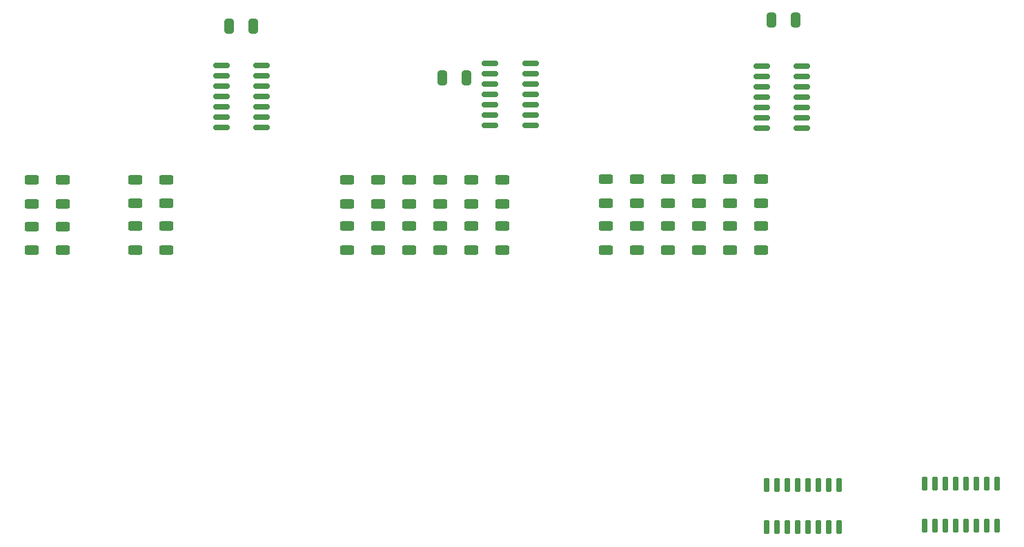
<source format=gbr>
%TF.GenerationSoftware,KiCad,Pcbnew,8.0.1*%
%TF.CreationDate,2024-04-12T11:28:31-03:00*%
%TF.ProjectId,PonchoRema,506f6e63-686f-4526-956d-612e6b696361,rev?*%
%TF.SameCoordinates,Original*%
%TF.FileFunction,Paste,Bot*%
%TF.FilePolarity,Positive*%
%FSLAX46Y46*%
G04 Gerber Fmt 4.6, Leading zero omitted, Abs format (unit mm)*
G04 Created by KiCad (PCBNEW 8.0.1) date 2024-04-12 11:28:31*
%MOMM*%
%LPD*%
G01*
G04 APERTURE LIST*
G04 Aperture macros list*
%AMRoundRect*
0 Rectangle with rounded corners*
0 $1 Rounding radius*
0 $2 $3 $4 $5 $6 $7 $8 $9 X,Y pos of 4 corners*
0 Add a 4 corners polygon primitive as box body*
4,1,4,$2,$3,$4,$5,$6,$7,$8,$9,$2,$3,0*
0 Add four circle primitives for the rounded corners*
1,1,$1+$1,$2,$3*
1,1,$1+$1,$4,$5*
1,1,$1+$1,$6,$7*
1,1,$1+$1,$8,$9*
0 Add four rect primitives between the rounded corners*
20,1,$1+$1,$2,$3,$4,$5,0*
20,1,$1+$1,$4,$5,$6,$7,0*
20,1,$1+$1,$6,$7,$8,$9,0*
20,1,$1+$1,$8,$9,$2,$3,0*%
G04 Aperture macros list end*
%ADD10RoundRect,0.150000X-0.150000X0.725000X-0.150000X-0.725000X0.150000X-0.725000X0.150000X0.725000X0*%
%ADD11RoundRect,0.250000X0.625000X-0.312500X0.625000X0.312500X-0.625000X0.312500X-0.625000X-0.312500X0*%
%ADD12RoundRect,0.250000X-0.325000X-0.650000X0.325000X-0.650000X0.325000X0.650000X-0.325000X0.650000X0*%
%ADD13RoundRect,0.250000X0.325000X0.650000X-0.325000X0.650000X-0.325000X-0.650000X0.325000X-0.650000X0*%
%ADD14RoundRect,0.150000X0.825000X0.150000X-0.825000X0.150000X-0.825000X-0.150000X0.825000X-0.150000X0*%
G04 APERTURE END LIST*
D10*
%TO.C,U9*%
X168021000Y-120523000D03*
X169291000Y-120523000D03*
X170561000Y-120523000D03*
X171831000Y-120523000D03*
X173101000Y-120523000D03*
X174371000Y-120523000D03*
X175641000Y-120523000D03*
X176911000Y-120523000D03*
X176911000Y-125673000D03*
X175641000Y-125673000D03*
X174371000Y-125673000D03*
X173101000Y-125673000D03*
X171831000Y-125673000D03*
X170561000Y-125673000D03*
X169291000Y-125673000D03*
X168021000Y-125673000D03*
%TD*%
D11*
%TO.C,R69*%
X97142790Y-86074793D03*
X97142790Y-83149793D03*
%TD*%
D12*
%TO.C,C4*%
X149225000Y-63500000D03*
X152175000Y-63500000D03*
%TD*%
D11*
%TO.C,R79*%
X140308638Y-86032500D03*
X140308638Y-83107500D03*
%TD*%
D13*
%TO.C,C5*%
X111789000Y-70612000D03*
X108839000Y-70612000D03*
%TD*%
D11*
%TO.C,R65*%
X104762790Y-86074793D03*
X104762790Y-83149793D03*
%TD*%
%TO.C,R63*%
X108572790Y-86074793D03*
X108572790Y-83149793D03*
%TD*%
%TO.C,R88*%
X71120000Y-91760598D03*
X71120000Y-88835598D03*
%TD*%
%TO.C,R78*%
X144145000Y-91747500D03*
X144145000Y-88822500D03*
%TD*%
%TO.C,R84*%
X132715000Y-91747500D03*
X132715000Y-88822500D03*
%TD*%
%TO.C,R90*%
X74930000Y-91760598D03*
X74930000Y-88835598D03*
%TD*%
D14*
%TO.C,U7*%
X152970000Y-69215000D03*
X152970000Y-70485000D03*
X152970000Y-71755000D03*
X152970000Y-73025000D03*
X152970000Y-74295000D03*
X152970000Y-75565000D03*
X152970000Y-76835000D03*
X148020000Y-76835000D03*
X148020000Y-75565000D03*
X148020000Y-74295000D03*
X148020000Y-73025000D03*
X148020000Y-71755000D03*
X148020000Y-70485000D03*
X148020000Y-69215000D03*
%TD*%
D11*
%TO.C,R77*%
X144118638Y-86032500D03*
X144118638Y-83107500D03*
%TD*%
%TO.C,R71*%
X58420000Y-86110000D03*
X58420000Y-83185000D03*
%TD*%
D10*
%TO.C,U10*%
X148590000Y-120650000D03*
X149860000Y-120650000D03*
X151130000Y-120650000D03*
X152400000Y-120650000D03*
X153670000Y-120650000D03*
X154940000Y-120650000D03*
X156210000Y-120650000D03*
X157480000Y-120650000D03*
X157480000Y-125800000D03*
X156210000Y-125800000D03*
X154940000Y-125800000D03*
X153670000Y-125800000D03*
X152400000Y-125800000D03*
X151130000Y-125800000D03*
X149860000Y-125800000D03*
X148590000Y-125800000D03*
%TD*%
D11*
%TO.C,R86*%
X128905000Y-91747500D03*
X128905000Y-88822500D03*
%TD*%
%TO.C,R76*%
X147955000Y-91747500D03*
X147955000Y-88822500D03*
%TD*%
%TO.C,R81*%
X136498638Y-86032500D03*
X136498638Y-83107500D03*
%TD*%
%TO.C,R87*%
X71120000Y-86045598D03*
X71120000Y-83120598D03*
%TD*%
%TO.C,R82*%
X136525000Y-91747500D03*
X136525000Y-88822500D03*
%TD*%
D12*
%TO.C,C3*%
X82648000Y-64262000D03*
X85598000Y-64262000D03*
%TD*%
D11*
%TO.C,R66*%
X104775000Y-91789793D03*
X104775000Y-88864793D03*
%TD*%
%TO.C,R73*%
X62230000Y-86110000D03*
X62230000Y-83185000D03*
%TD*%
%TO.C,R70*%
X97155000Y-91789793D03*
X97155000Y-88864793D03*
%TD*%
%TO.C,R89*%
X74930000Y-86045598D03*
X74930000Y-83120598D03*
%TD*%
%TO.C,R91*%
X112382790Y-86074793D03*
X112382790Y-83149793D03*
%TD*%
%TO.C,R61*%
X116192790Y-86074793D03*
X116192790Y-83149793D03*
%TD*%
%TO.C,R85*%
X128878638Y-86032500D03*
X128878638Y-83107500D03*
%TD*%
%TO.C,R74*%
X62230000Y-91825000D03*
X62230000Y-88900000D03*
%TD*%
D14*
%TO.C,U6*%
X86676000Y-69088000D03*
X86676000Y-70358000D03*
X86676000Y-71628000D03*
X86676000Y-72898000D03*
X86676000Y-74168000D03*
X86676000Y-75438000D03*
X86676000Y-76708000D03*
X81726000Y-76708000D03*
X81726000Y-75438000D03*
X81726000Y-74168000D03*
X81726000Y-72898000D03*
X81726000Y-71628000D03*
X81726000Y-70358000D03*
X81726000Y-69088000D03*
%TD*%
D11*
%TO.C,R72*%
X58420000Y-91825000D03*
X58420000Y-88900000D03*
%TD*%
%TO.C,R62*%
X116205000Y-91789793D03*
X116205000Y-88864793D03*
%TD*%
%TO.C,R75*%
X147928638Y-86032500D03*
X147928638Y-83107500D03*
%TD*%
%TO.C,R67*%
X100952790Y-86074793D03*
X100952790Y-83149793D03*
%TD*%
%TO.C,R83*%
X132688638Y-86032500D03*
X132688638Y-83107500D03*
%TD*%
%TO.C,R92*%
X112395000Y-91789793D03*
X112395000Y-88864793D03*
%TD*%
D14*
%TO.C,U8*%
X119631000Y-68834000D03*
X119631000Y-70104000D03*
X119631000Y-71374000D03*
X119631000Y-72644000D03*
X119631000Y-73914000D03*
X119631000Y-75184000D03*
X119631000Y-76454000D03*
X114681000Y-76454000D03*
X114681000Y-75184000D03*
X114681000Y-73914000D03*
X114681000Y-72644000D03*
X114681000Y-71374000D03*
X114681000Y-70104000D03*
X114681000Y-68834000D03*
%TD*%
D11*
%TO.C,R64*%
X108585000Y-91789793D03*
X108585000Y-88864793D03*
%TD*%
%TO.C,R80*%
X140335000Y-91747500D03*
X140335000Y-88822500D03*
%TD*%
%TO.C,R68*%
X100965000Y-91789793D03*
X100965000Y-88864793D03*
%TD*%
M02*

</source>
